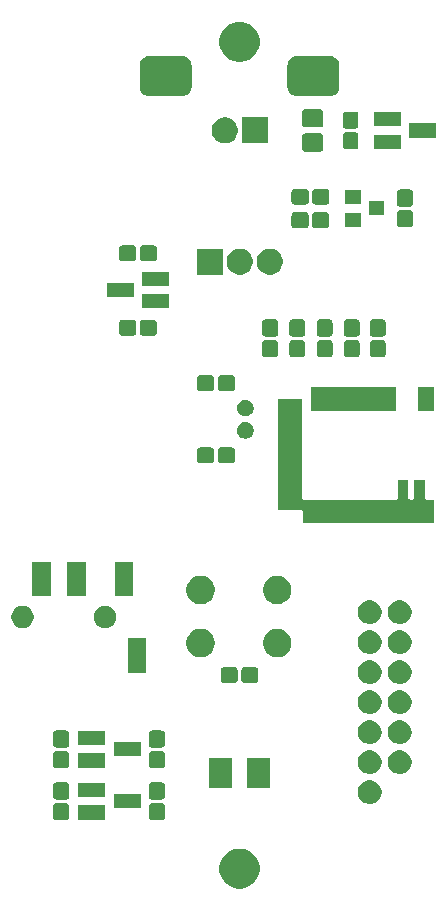
<source format=gts>
G04 #@! TF.GenerationSoftware,KiCad,Pcbnew,5.0.2-bee76a0~70~ubuntu16.04.1*
G04 #@! TF.CreationDate,2018-12-03T16:58:38+05:30*
G04 #@! TF.ProjectId,senseBeRx_rev2,73656e73-6542-4655-9278-5f726576322e,rev?*
G04 #@! TF.SameCoordinates,Original*
G04 #@! TF.FileFunction,Soldermask,Top*
G04 #@! TF.FilePolarity,Negative*
%FSLAX46Y46*%
G04 Gerber Fmt 4.6, Leading zero omitted, Abs format (unit mm)*
G04 Created by KiCad (PCBNEW 5.0.2-bee76a0~70~ubuntu16.04.1) date Mon Dec  3 16:58:38 2018*
%MOMM*%
%LPD*%
G01*
G04 APERTURE LIST*
%ADD10C,0.100000*%
G04 APERTURE END LIST*
D10*
G36*
X120386393Y-143343553D02*
X120495872Y-143365330D01*
X120805252Y-143493479D01*
X121083687Y-143679523D01*
X121320477Y-143916313D01*
X121506521Y-144194748D01*
X121634670Y-144504128D01*
X121700000Y-144832565D01*
X121700000Y-145167435D01*
X121634670Y-145495872D01*
X121506521Y-145805252D01*
X121320477Y-146083687D01*
X121083687Y-146320477D01*
X120805252Y-146506521D01*
X120495872Y-146634670D01*
X120386393Y-146656447D01*
X120167437Y-146700000D01*
X119832563Y-146700000D01*
X119613607Y-146656447D01*
X119504128Y-146634670D01*
X119194748Y-146506521D01*
X118916313Y-146320477D01*
X118679523Y-146083687D01*
X118493479Y-145805252D01*
X118365330Y-145495872D01*
X118300000Y-145167435D01*
X118300000Y-144832565D01*
X118365330Y-144504128D01*
X118493479Y-144194748D01*
X118679523Y-143916313D01*
X118916313Y-143679523D01*
X119194748Y-143493479D01*
X119504128Y-143365330D01*
X119613607Y-143343553D01*
X119832563Y-143300000D01*
X120167437Y-143300000D01*
X120386393Y-143343553D01*
X120386393Y-143343553D01*
G37*
G36*
X113453530Y-139455877D02*
X113505010Y-139471493D01*
X113552442Y-139496846D01*
X113594027Y-139530973D01*
X113628154Y-139572558D01*
X113653507Y-139619990D01*
X113669123Y-139671470D01*
X113675000Y-139731140D01*
X113675000Y-140618860D01*
X113669123Y-140678530D01*
X113653507Y-140730010D01*
X113628154Y-140777442D01*
X113594027Y-140819027D01*
X113552442Y-140853154D01*
X113505010Y-140878507D01*
X113453530Y-140894123D01*
X113393860Y-140900000D01*
X112606140Y-140900000D01*
X112546470Y-140894123D01*
X112494990Y-140878507D01*
X112447558Y-140853154D01*
X112405973Y-140819027D01*
X112371846Y-140777442D01*
X112346493Y-140730010D01*
X112330877Y-140678530D01*
X112325000Y-140618860D01*
X112325000Y-139731140D01*
X112330877Y-139671470D01*
X112346493Y-139619990D01*
X112371846Y-139572558D01*
X112405973Y-139530973D01*
X112447558Y-139496846D01*
X112494990Y-139471493D01*
X112546470Y-139455877D01*
X112606140Y-139450000D01*
X113393860Y-139450000D01*
X113453530Y-139455877D01*
X113453530Y-139455877D01*
G37*
G36*
X105353530Y-139455877D02*
X105405010Y-139471493D01*
X105452442Y-139496846D01*
X105494027Y-139530973D01*
X105528154Y-139572558D01*
X105553507Y-139619990D01*
X105569123Y-139671470D01*
X105575000Y-139731140D01*
X105575000Y-140618860D01*
X105569123Y-140678530D01*
X105553507Y-140730010D01*
X105528154Y-140777442D01*
X105494027Y-140819027D01*
X105452442Y-140853154D01*
X105405010Y-140878507D01*
X105353530Y-140894123D01*
X105293860Y-140900000D01*
X104506140Y-140900000D01*
X104446470Y-140894123D01*
X104394990Y-140878507D01*
X104347558Y-140853154D01*
X104305973Y-140819027D01*
X104271846Y-140777442D01*
X104246493Y-140730010D01*
X104230877Y-140678530D01*
X104225000Y-140618860D01*
X104225000Y-139731140D01*
X104230877Y-139671470D01*
X104246493Y-139619990D01*
X104271846Y-139572558D01*
X104305973Y-139530973D01*
X104347558Y-139496846D01*
X104394990Y-139471493D01*
X104446470Y-139455877D01*
X104506140Y-139450000D01*
X105293860Y-139450000D01*
X105353530Y-139455877D01*
X105353530Y-139455877D01*
G37*
G36*
X108650000Y-140850000D02*
X106350000Y-140850000D01*
X106350000Y-139650000D01*
X108650000Y-139650000D01*
X108650000Y-140850000D01*
X108650000Y-140850000D01*
G37*
G36*
X111650000Y-139900000D02*
X109350000Y-139900000D01*
X109350000Y-138700000D01*
X111650000Y-138700000D01*
X111650000Y-139900000D01*
X111650000Y-139900000D01*
G37*
G36*
X131205770Y-137535372D02*
X131321689Y-137558429D01*
X131503678Y-137633811D01*
X131667463Y-137743249D01*
X131806751Y-137882537D01*
X131916189Y-138046322D01*
X131991571Y-138228311D01*
X132030000Y-138421509D01*
X132030000Y-138618491D01*
X131991571Y-138811689D01*
X131916189Y-138993678D01*
X131806751Y-139157463D01*
X131667463Y-139296751D01*
X131503678Y-139406189D01*
X131321689Y-139481571D01*
X131205770Y-139504628D01*
X131128493Y-139520000D01*
X130931507Y-139520000D01*
X130854230Y-139504628D01*
X130738311Y-139481571D01*
X130556322Y-139406189D01*
X130392537Y-139296751D01*
X130253249Y-139157463D01*
X130143811Y-138993678D01*
X130068429Y-138811689D01*
X130030000Y-138618491D01*
X130030000Y-138421509D01*
X130068429Y-138228311D01*
X130143811Y-138046322D01*
X130253249Y-137882537D01*
X130392537Y-137743249D01*
X130556322Y-137633811D01*
X130738311Y-137558429D01*
X130854230Y-137535372D01*
X130931507Y-137520000D01*
X131128493Y-137520000D01*
X131205770Y-137535372D01*
X131205770Y-137535372D01*
G37*
G36*
X113453530Y-137705877D02*
X113505010Y-137721493D01*
X113552442Y-137746846D01*
X113594027Y-137780973D01*
X113628154Y-137822558D01*
X113653507Y-137869990D01*
X113669123Y-137921470D01*
X113675000Y-137981140D01*
X113675000Y-138868860D01*
X113669123Y-138928530D01*
X113653507Y-138980010D01*
X113628154Y-139027442D01*
X113594027Y-139069027D01*
X113552442Y-139103154D01*
X113505010Y-139128507D01*
X113453530Y-139144123D01*
X113393860Y-139150000D01*
X112606140Y-139150000D01*
X112546470Y-139144123D01*
X112494990Y-139128507D01*
X112447558Y-139103154D01*
X112405973Y-139069027D01*
X112371846Y-139027442D01*
X112346493Y-138980010D01*
X112330877Y-138928530D01*
X112325000Y-138868860D01*
X112325000Y-137981140D01*
X112330877Y-137921470D01*
X112346493Y-137869990D01*
X112371846Y-137822558D01*
X112405973Y-137780973D01*
X112447558Y-137746846D01*
X112494990Y-137721493D01*
X112546470Y-137705877D01*
X112606140Y-137700000D01*
X113393860Y-137700000D01*
X113453530Y-137705877D01*
X113453530Y-137705877D01*
G37*
G36*
X105353530Y-137705877D02*
X105405010Y-137721493D01*
X105452442Y-137746846D01*
X105494027Y-137780973D01*
X105528154Y-137822558D01*
X105553507Y-137869990D01*
X105569123Y-137921470D01*
X105575000Y-137981140D01*
X105575000Y-138868860D01*
X105569123Y-138928530D01*
X105553507Y-138980010D01*
X105528154Y-139027442D01*
X105494027Y-139069027D01*
X105452442Y-139103154D01*
X105405010Y-139128507D01*
X105353530Y-139144123D01*
X105293860Y-139150000D01*
X104506140Y-139150000D01*
X104446470Y-139144123D01*
X104394990Y-139128507D01*
X104347558Y-139103154D01*
X104305973Y-139069027D01*
X104271846Y-139027442D01*
X104246493Y-138980010D01*
X104230877Y-138928530D01*
X104225000Y-138868860D01*
X104225000Y-137981140D01*
X104230877Y-137921470D01*
X104246493Y-137869990D01*
X104271846Y-137822558D01*
X104305973Y-137780973D01*
X104347558Y-137746846D01*
X104394990Y-137721493D01*
X104446470Y-137705877D01*
X104506140Y-137700000D01*
X105293860Y-137700000D01*
X105353530Y-137705877D01*
X105353530Y-137705877D01*
G37*
G36*
X108650000Y-138950000D02*
X106350000Y-138950000D01*
X106350000Y-137750000D01*
X108650000Y-137750000D01*
X108650000Y-138950000D01*
X108650000Y-138950000D01*
G37*
G36*
X119400000Y-138200000D02*
X117400000Y-138200000D01*
X117400000Y-135600000D01*
X119400000Y-135600000D01*
X119400000Y-138200000D01*
X119400000Y-138200000D01*
G37*
G36*
X122600000Y-138200000D02*
X120600000Y-138200000D01*
X120600000Y-135600000D01*
X122600000Y-135600000D01*
X122600000Y-138200000D01*
X122600000Y-138200000D01*
G37*
G36*
X133745770Y-134995372D02*
X133861689Y-135018429D01*
X134043678Y-135093811D01*
X134207463Y-135203249D01*
X134346751Y-135342537D01*
X134456189Y-135506322D01*
X134531571Y-135688311D01*
X134570000Y-135881509D01*
X134570000Y-136078491D01*
X134531571Y-136271689D01*
X134456189Y-136453678D01*
X134346751Y-136617463D01*
X134207463Y-136756751D01*
X134043678Y-136866189D01*
X133861689Y-136941571D01*
X133745770Y-136964628D01*
X133668493Y-136980000D01*
X133471507Y-136980000D01*
X133394230Y-136964628D01*
X133278311Y-136941571D01*
X133096322Y-136866189D01*
X132932537Y-136756751D01*
X132793249Y-136617463D01*
X132683811Y-136453678D01*
X132608429Y-136271689D01*
X132570000Y-136078491D01*
X132570000Y-135881509D01*
X132608429Y-135688311D01*
X132683811Y-135506322D01*
X132793249Y-135342537D01*
X132932537Y-135203249D01*
X133096322Y-135093811D01*
X133278311Y-135018429D01*
X133394230Y-134995372D01*
X133471507Y-134980000D01*
X133668493Y-134980000D01*
X133745770Y-134995372D01*
X133745770Y-134995372D01*
G37*
G36*
X131205770Y-134995372D02*
X131321689Y-135018429D01*
X131503678Y-135093811D01*
X131667463Y-135203249D01*
X131806751Y-135342537D01*
X131916189Y-135506322D01*
X131991571Y-135688311D01*
X132030000Y-135881509D01*
X132030000Y-136078491D01*
X131991571Y-136271689D01*
X131916189Y-136453678D01*
X131806751Y-136617463D01*
X131667463Y-136756751D01*
X131503678Y-136866189D01*
X131321689Y-136941571D01*
X131205770Y-136964628D01*
X131128493Y-136980000D01*
X130931507Y-136980000D01*
X130854230Y-136964628D01*
X130738311Y-136941571D01*
X130556322Y-136866189D01*
X130392537Y-136756751D01*
X130253249Y-136617463D01*
X130143811Y-136453678D01*
X130068429Y-136271689D01*
X130030000Y-136078491D01*
X130030000Y-135881509D01*
X130068429Y-135688311D01*
X130143811Y-135506322D01*
X130253249Y-135342537D01*
X130392537Y-135203249D01*
X130556322Y-135093811D01*
X130738311Y-135018429D01*
X130854230Y-134995372D01*
X130931507Y-134980000D01*
X131128493Y-134980000D01*
X131205770Y-134995372D01*
X131205770Y-134995372D01*
G37*
G36*
X105353530Y-135055877D02*
X105405010Y-135071493D01*
X105452442Y-135096846D01*
X105494027Y-135130973D01*
X105528154Y-135172558D01*
X105553507Y-135219990D01*
X105569123Y-135271470D01*
X105575000Y-135331140D01*
X105575000Y-136218860D01*
X105569123Y-136278530D01*
X105553507Y-136330010D01*
X105528154Y-136377442D01*
X105494027Y-136419027D01*
X105452442Y-136453154D01*
X105405010Y-136478507D01*
X105353530Y-136494123D01*
X105293860Y-136500000D01*
X104506140Y-136500000D01*
X104446470Y-136494123D01*
X104394990Y-136478507D01*
X104347558Y-136453154D01*
X104305973Y-136419027D01*
X104271846Y-136377442D01*
X104246493Y-136330010D01*
X104230877Y-136278530D01*
X104225000Y-136218860D01*
X104225000Y-135331140D01*
X104230877Y-135271470D01*
X104246493Y-135219990D01*
X104271846Y-135172558D01*
X104305973Y-135130973D01*
X104347558Y-135096846D01*
X104394990Y-135071493D01*
X104446470Y-135055877D01*
X104506140Y-135050000D01*
X105293860Y-135050000D01*
X105353530Y-135055877D01*
X105353530Y-135055877D01*
G37*
G36*
X113453530Y-135055877D02*
X113505010Y-135071493D01*
X113552442Y-135096846D01*
X113594027Y-135130973D01*
X113628154Y-135172558D01*
X113653507Y-135219990D01*
X113669123Y-135271470D01*
X113675000Y-135331140D01*
X113675000Y-136218860D01*
X113669123Y-136278530D01*
X113653507Y-136330010D01*
X113628154Y-136377442D01*
X113594027Y-136419027D01*
X113552442Y-136453154D01*
X113505010Y-136478507D01*
X113453530Y-136494123D01*
X113393860Y-136500000D01*
X112606140Y-136500000D01*
X112546470Y-136494123D01*
X112494990Y-136478507D01*
X112447558Y-136453154D01*
X112405973Y-136419027D01*
X112371846Y-136377442D01*
X112346493Y-136330010D01*
X112330877Y-136278530D01*
X112325000Y-136218860D01*
X112325000Y-135331140D01*
X112330877Y-135271470D01*
X112346493Y-135219990D01*
X112371846Y-135172558D01*
X112405973Y-135130973D01*
X112447558Y-135096846D01*
X112494990Y-135071493D01*
X112546470Y-135055877D01*
X112606140Y-135050000D01*
X113393860Y-135050000D01*
X113453530Y-135055877D01*
X113453530Y-135055877D01*
G37*
G36*
X108650000Y-136450000D02*
X106350000Y-136450000D01*
X106350000Y-135250000D01*
X108650000Y-135250000D01*
X108650000Y-136450000D01*
X108650000Y-136450000D01*
G37*
G36*
X111650000Y-135500000D02*
X109350000Y-135500000D01*
X109350000Y-134300000D01*
X111650000Y-134300000D01*
X111650000Y-135500000D01*
X111650000Y-135500000D01*
G37*
G36*
X113453530Y-133305877D02*
X113505010Y-133321493D01*
X113552442Y-133346846D01*
X113594027Y-133380973D01*
X113628154Y-133422558D01*
X113653507Y-133469990D01*
X113669123Y-133521470D01*
X113675000Y-133581140D01*
X113675000Y-134468860D01*
X113669123Y-134528530D01*
X113653507Y-134580010D01*
X113628154Y-134627442D01*
X113594027Y-134669027D01*
X113552442Y-134703154D01*
X113505010Y-134728507D01*
X113453530Y-134744123D01*
X113393860Y-134750000D01*
X112606140Y-134750000D01*
X112546470Y-134744123D01*
X112494990Y-134728507D01*
X112447558Y-134703154D01*
X112405973Y-134669027D01*
X112371846Y-134627442D01*
X112346493Y-134580010D01*
X112330877Y-134528530D01*
X112325000Y-134468860D01*
X112325000Y-133581140D01*
X112330877Y-133521470D01*
X112346493Y-133469990D01*
X112371846Y-133422558D01*
X112405973Y-133380973D01*
X112447558Y-133346846D01*
X112494990Y-133321493D01*
X112546470Y-133305877D01*
X112606140Y-133300000D01*
X113393860Y-133300000D01*
X113453530Y-133305877D01*
X113453530Y-133305877D01*
G37*
G36*
X105353530Y-133305877D02*
X105405010Y-133321493D01*
X105452442Y-133346846D01*
X105494027Y-133380973D01*
X105528154Y-133422558D01*
X105553507Y-133469990D01*
X105569123Y-133521470D01*
X105575000Y-133581140D01*
X105575000Y-134468860D01*
X105569123Y-134528530D01*
X105553507Y-134580010D01*
X105528154Y-134627442D01*
X105494027Y-134669027D01*
X105452442Y-134703154D01*
X105405010Y-134728507D01*
X105353530Y-134744123D01*
X105293860Y-134750000D01*
X104506140Y-134750000D01*
X104446470Y-134744123D01*
X104394990Y-134728507D01*
X104347558Y-134703154D01*
X104305973Y-134669027D01*
X104271846Y-134627442D01*
X104246493Y-134580010D01*
X104230877Y-134528530D01*
X104225000Y-134468860D01*
X104225000Y-133581140D01*
X104230877Y-133521470D01*
X104246493Y-133469990D01*
X104271846Y-133422558D01*
X104305973Y-133380973D01*
X104347558Y-133346846D01*
X104394990Y-133321493D01*
X104446470Y-133305877D01*
X104506140Y-133300000D01*
X105293860Y-133300000D01*
X105353530Y-133305877D01*
X105353530Y-133305877D01*
G37*
G36*
X108650000Y-134550000D02*
X106350000Y-134550000D01*
X106350000Y-133350000D01*
X108650000Y-133350000D01*
X108650000Y-134550000D01*
X108650000Y-134550000D01*
G37*
G36*
X133745770Y-132455372D02*
X133861689Y-132478429D01*
X134043678Y-132553811D01*
X134207463Y-132663249D01*
X134346751Y-132802537D01*
X134456189Y-132966322D01*
X134531571Y-133148311D01*
X134554628Y-133264230D01*
X134563034Y-133306485D01*
X134570000Y-133341509D01*
X134570000Y-133538491D01*
X134531571Y-133731689D01*
X134456189Y-133913678D01*
X134346751Y-134077463D01*
X134207463Y-134216751D01*
X134043678Y-134326189D01*
X133861689Y-134401571D01*
X133745770Y-134424628D01*
X133668493Y-134440000D01*
X133471507Y-134440000D01*
X133394230Y-134424628D01*
X133278311Y-134401571D01*
X133096322Y-134326189D01*
X132932537Y-134216751D01*
X132793249Y-134077463D01*
X132683811Y-133913678D01*
X132608429Y-133731689D01*
X132570000Y-133538491D01*
X132570000Y-133341509D01*
X132576967Y-133306485D01*
X132585372Y-133264230D01*
X132608429Y-133148311D01*
X132683811Y-132966322D01*
X132793249Y-132802537D01*
X132932537Y-132663249D01*
X133096322Y-132553811D01*
X133278311Y-132478429D01*
X133394230Y-132455372D01*
X133471507Y-132440000D01*
X133668493Y-132440000D01*
X133745770Y-132455372D01*
X133745770Y-132455372D01*
G37*
G36*
X131205770Y-132455372D02*
X131321689Y-132478429D01*
X131503678Y-132553811D01*
X131667463Y-132663249D01*
X131806751Y-132802537D01*
X131916189Y-132966322D01*
X131991571Y-133148311D01*
X132014628Y-133264230D01*
X132023034Y-133306485D01*
X132030000Y-133341509D01*
X132030000Y-133538491D01*
X131991571Y-133731689D01*
X131916189Y-133913678D01*
X131806751Y-134077463D01*
X131667463Y-134216751D01*
X131503678Y-134326189D01*
X131321689Y-134401571D01*
X131205770Y-134424628D01*
X131128493Y-134440000D01*
X130931507Y-134440000D01*
X130854230Y-134424628D01*
X130738311Y-134401571D01*
X130556322Y-134326189D01*
X130392537Y-134216751D01*
X130253249Y-134077463D01*
X130143811Y-133913678D01*
X130068429Y-133731689D01*
X130030000Y-133538491D01*
X130030000Y-133341509D01*
X130036967Y-133306485D01*
X130045372Y-133264230D01*
X130068429Y-133148311D01*
X130143811Y-132966322D01*
X130253249Y-132802537D01*
X130392537Y-132663249D01*
X130556322Y-132553811D01*
X130738311Y-132478429D01*
X130854230Y-132455372D01*
X130931507Y-132440000D01*
X131128493Y-132440000D01*
X131205770Y-132455372D01*
X131205770Y-132455372D01*
G37*
G36*
X133745770Y-129915372D02*
X133861689Y-129938429D01*
X134043678Y-130013811D01*
X134207463Y-130123249D01*
X134346751Y-130262537D01*
X134456189Y-130426322D01*
X134531571Y-130608311D01*
X134570000Y-130801509D01*
X134570000Y-130998491D01*
X134531571Y-131191689D01*
X134456189Y-131373678D01*
X134346751Y-131537463D01*
X134207463Y-131676751D01*
X134043678Y-131786189D01*
X133861689Y-131861571D01*
X133745770Y-131884628D01*
X133668493Y-131900000D01*
X133471507Y-131900000D01*
X133394230Y-131884628D01*
X133278311Y-131861571D01*
X133096322Y-131786189D01*
X132932537Y-131676751D01*
X132793249Y-131537463D01*
X132683811Y-131373678D01*
X132608429Y-131191689D01*
X132570000Y-130998491D01*
X132570000Y-130801509D01*
X132608429Y-130608311D01*
X132683811Y-130426322D01*
X132793249Y-130262537D01*
X132932537Y-130123249D01*
X133096322Y-130013811D01*
X133278311Y-129938429D01*
X133394230Y-129915372D01*
X133471507Y-129900000D01*
X133668493Y-129900000D01*
X133745770Y-129915372D01*
X133745770Y-129915372D01*
G37*
G36*
X131205770Y-129915372D02*
X131321689Y-129938429D01*
X131503678Y-130013811D01*
X131667463Y-130123249D01*
X131806751Y-130262537D01*
X131916189Y-130426322D01*
X131991571Y-130608311D01*
X132030000Y-130801509D01*
X132030000Y-130998491D01*
X131991571Y-131191689D01*
X131916189Y-131373678D01*
X131806751Y-131537463D01*
X131667463Y-131676751D01*
X131503678Y-131786189D01*
X131321689Y-131861571D01*
X131205770Y-131884628D01*
X131128493Y-131900000D01*
X130931507Y-131900000D01*
X130854230Y-131884628D01*
X130738311Y-131861571D01*
X130556322Y-131786189D01*
X130392537Y-131676751D01*
X130253249Y-131537463D01*
X130143811Y-131373678D01*
X130068429Y-131191689D01*
X130030000Y-130998491D01*
X130030000Y-130801509D01*
X130068429Y-130608311D01*
X130143811Y-130426322D01*
X130253249Y-130262537D01*
X130392537Y-130123249D01*
X130556322Y-130013811D01*
X130738311Y-129938429D01*
X130854230Y-129915372D01*
X130931507Y-129900000D01*
X131128493Y-129900000D01*
X131205770Y-129915372D01*
X131205770Y-129915372D01*
G37*
G36*
X131205770Y-127375372D02*
X131321689Y-127398429D01*
X131503678Y-127473811D01*
X131667463Y-127583249D01*
X131806751Y-127722537D01*
X131916189Y-127886322D01*
X131991571Y-128068311D01*
X132030000Y-128261509D01*
X132030000Y-128458491D01*
X131991571Y-128651689D01*
X131916189Y-128833678D01*
X131806751Y-128997463D01*
X131667463Y-129136751D01*
X131503678Y-129246189D01*
X131321689Y-129321571D01*
X131205770Y-129344628D01*
X131128493Y-129360000D01*
X130931507Y-129360000D01*
X130854230Y-129344628D01*
X130738311Y-129321571D01*
X130556322Y-129246189D01*
X130392537Y-129136751D01*
X130253249Y-128997463D01*
X130143811Y-128833678D01*
X130068429Y-128651689D01*
X130030000Y-128458491D01*
X130030000Y-128261509D01*
X130068429Y-128068311D01*
X130143811Y-127886322D01*
X130253249Y-127722537D01*
X130392537Y-127583249D01*
X130556322Y-127473811D01*
X130738311Y-127398429D01*
X130854230Y-127375372D01*
X130931507Y-127360000D01*
X131128493Y-127360000D01*
X131205770Y-127375372D01*
X131205770Y-127375372D01*
G37*
G36*
X133745770Y-127375372D02*
X133861689Y-127398429D01*
X134043678Y-127473811D01*
X134207463Y-127583249D01*
X134346751Y-127722537D01*
X134456189Y-127886322D01*
X134531571Y-128068311D01*
X134570000Y-128261509D01*
X134570000Y-128458491D01*
X134531571Y-128651689D01*
X134456189Y-128833678D01*
X134346751Y-128997463D01*
X134207463Y-129136751D01*
X134043678Y-129246189D01*
X133861689Y-129321571D01*
X133745770Y-129344628D01*
X133668493Y-129360000D01*
X133471507Y-129360000D01*
X133394230Y-129344628D01*
X133278311Y-129321571D01*
X133096322Y-129246189D01*
X132932537Y-129136751D01*
X132793249Y-128997463D01*
X132683811Y-128833678D01*
X132608429Y-128651689D01*
X132570000Y-128458491D01*
X132570000Y-128261509D01*
X132608429Y-128068311D01*
X132683811Y-127886322D01*
X132793249Y-127722537D01*
X132932537Y-127583249D01*
X133096322Y-127473811D01*
X133278311Y-127398429D01*
X133394230Y-127375372D01*
X133471507Y-127360000D01*
X133668493Y-127360000D01*
X133745770Y-127375372D01*
X133745770Y-127375372D01*
G37*
G36*
X121378530Y-127930877D02*
X121430010Y-127946493D01*
X121477442Y-127971846D01*
X121519027Y-128005973D01*
X121553154Y-128047558D01*
X121578507Y-128094990D01*
X121594123Y-128146470D01*
X121600000Y-128206140D01*
X121600000Y-128993860D01*
X121594123Y-129053530D01*
X121578507Y-129105010D01*
X121553154Y-129152442D01*
X121519027Y-129194027D01*
X121477442Y-129228154D01*
X121430010Y-129253507D01*
X121378530Y-129269123D01*
X121318860Y-129275000D01*
X120431140Y-129275000D01*
X120371470Y-129269123D01*
X120319990Y-129253507D01*
X120272558Y-129228154D01*
X120230973Y-129194027D01*
X120196846Y-129152442D01*
X120171493Y-129105010D01*
X120155877Y-129053530D01*
X120150000Y-128993860D01*
X120150000Y-128206140D01*
X120155877Y-128146470D01*
X120171493Y-128094990D01*
X120196846Y-128047558D01*
X120230973Y-128005973D01*
X120272558Y-127971846D01*
X120319990Y-127946493D01*
X120371470Y-127930877D01*
X120431140Y-127925000D01*
X121318860Y-127925000D01*
X121378530Y-127930877D01*
X121378530Y-127930877D01*
G37*
G36*
X119628530Y-127930877D02*
X119680010Y-127946493D01*
X119727442Y-127971846D01*
X119769027Y-128005973D01*
X119803154Y-128047558D01*
X119828507Y-128094990D01*
X119844123Y-128146470D01*
X119850000Y-128206140D01*
X119850000Y-128993860D01*
X119844123Y-129053530D01*
X119828507Y-129105010D01*
X119803154Y-129152442D01*
X119769027Y-129194027D01*
X119727442Y-129228154D01*
X119680010Y-129253507D01*
X119628530Y-129269123D01*
X119568860Y-129275000D01*
X118681140Y-129275000D01*
X118621470Y-129269123D01*
X118569990Y-129253507D01*
X118522558Y-129228154D01*
X118480973Y-129194027D01*
X118446846Y-129152442D01*
X118421493Y-129105010D01*
X118405877Y-129053530D01*
X118400000Y-128993860D01*
X118400000Y-128206140D01*
X118405877Y-128146470D01*
X118421493Y-128094990D01*
X118446846Y-128047558D01*
X118480973Y-128005973D01*
X118522558Y-127971846D01*
X118569990Y-127946493D01*
X118621470Y-127930877D01*
X118681140Y-127925000D01*
X119568860Y-127925000D01*
X119628530Y-127930877D01*
X119628530Y-127930877D01*
G37*
G36*
X112125000Y-128400000D02*
X110525000Y-128400000D01*
X110525000Y-125500000D01*
X112125000Y-125500000D01*
X112125000Y-128400000D01*
X112125000Y-128400000D01*
G37*
G36*
X117050026Y-124746115D02*
X117268412Y-124836573D01*
X117464958Y-124967901D01*
X117632099Y-125135042D01*
X117763427Y-125331588D01*
X117853885Y-125549974D01*
X117900000Y-125781809D01*
X117900000Y-126018191D01*
X117853885Y-126250026D01*
X117763427Y-126468412D01*
X117632099Y-126664958D01*
X117464958Y-126832099D01*
X117268412Y-126963427D01*
X117050026Y-127053885D01*
X116818191Y-127100000D01*
X116581809Y-127100000D01*
X116349974Y-127053885D01*
X116131588Y-126963427D01*
X115935042Y-126832099D01*
X115767901Y-126664958D01*
X115636573Y-126468412D01*
X115546115Y-126250026D01*
X115500000Y-126018191D01*
X115500000Y-125781809D01*
X115546115Y-125549974D01*
X115636573Y-125331588D01*
X115767901Y-125135042D01*
X115935042Y-124967901D01*
X116131588Y-124836573D01*
X116349974Y-124746115D01*
X116581809Y-124700000D01*
X116818191Y-124700000D01*
X117050026Y-124746115D01*
X117050026Y-124746115D01*
G37*
G36*
X123550026Y-124746115D02*
X123768412Y-124836573D01*
X123964958Y-124967901D01*
X124132099Y-125135042D01*
X124263427Y-125331588D01*
X124353885Y-125549974D01*
X124400000Y-125781809D01*
X124400000Y-126018191D01*
X124353885Y-126250026D01*
X124263427Y-126468412D01*
X124132099Y-126664958D01*
X123964958Y-126832099D01*
X123768412Y-126963427D01*
X123550026Y-127053885D01*
X123318191Y-127100000D01*
X123081809Y-127100000D01*
X122849974Y-127053885D01*
X122631588Y-126963427D01*
X122435042Y-126832099D01*
X122267901Y-126664958D01*
X122136573Y-126468412D01*
X122046115Y-126250026D01*
X122000000Y-126018191D01*
X122000000Y-125781809D01*
X122046115Y-125549974D01*
X122136573Y-125331588D01*
X122267901Y-125135042D01*
X122435042Y-124967901D01*
X122631588Y-124836573D01*
X122849974Y-124746115D01*
X123081809Y-124700000D01*
X123318191Y-124700000D01*
X123550026Y-124746115D01*
X123550026Y-124746115D01*
G37*
G36*
X131205770Y-124835372D02*
X131321689Y-124858429D01*
X131503678Y-124933811D01*
X131667463Y-125043249D01*
X131806751Y-125182537D01*
X131916189Y-125346322D01*
X131991571Y-125528311D01*
X132030000Y-125721509D01*
X132030000Y-125918491D01*
X131991571Y-126111689D01*
X131916189Y-126293678D01*
X131806751Y-126457463D01*
X131667463Y-126596751D01*
X131503678Y-126706189D01*
X131321689Y-126781571D01*
X131205770Y-126804628D01*
X131128493Y-126820000D01*
X130931507Y-126820000D01*
X130854230Y-126804628D01*
X130738311Y-126781571D01*
X130556322Y-126706189D01*
X130392537Y-126596751D01*
X130253249Y-126457463D01*
X130143811Y-126293678D01*
X130068429Y-126111689D01*
X130030000Y-125918491D01*
X130030000Y-125721509D01*
X130068429Y-125528311D01*
X130143811Y-125346322D01*
X130253249Y-125182537D01*
X130392537Y-125043249D01*
X130556322Y-124933811D01*
X130738311Y-124858429D01*
X130854230Y-124835372D01*
X130931507Y-124820000D01*
X131128493Y-124820000D01*
X131205770Y-124835372D01*
X131205770Y-124835372D01*
G37*
G36*
X133745770Y-124835372D02*
X133861689Y-124858429D01*
X134043678Y-124933811D01*
X134207463Y-125043249D01*
X134346751Y-125182537D01*
X134456189Y-125346322D01*
X134531571Y-125528311D01*
X134570000Y-125721509D01*
X134570000Y-125918491D01*
X134531571Y-126111689D01*
X134456189Y-126293678D01*
X134346751Y-126457463D01*
X134207463Y-126596751D01*
X134043678Y-126706189D01*
X133861689Y-126781571D01*
X133745770Y-126804628D01*
X133668493Y-126820000D01*
X133471507Y-126820000D01*
X133394230Y-126804628D01*
X133278311Y-126781571D01*
X133096322Y-126706189D01*
X132932537Y-126596751D01*
X132793249Y-126457463D01*
X132683811Y-126293678D01*
X132608429Y-126111689D01*
X132570000Y-125918491D01*
X132570000Y-125721509D01*
X132608429Y-125528311D01*
X132683811Y-125346322D01*
X132793249Y-125182537D01*
X132932537Y-125043249D01*
X133096322Y-124933811D01*
X133278311Y-124858429D01*
X133394230Y-124835372D01*
X133471507Y-124820000D01*
X133668493Y-124820000D01*
X133745770Y-124835372D01*
X133745770Y-124835372D01*
G37*
G36*
X101764452Y-122759127D02*
X101902105Y-122786508D01*
X102074994Y-122858121D01*
X102230590Y-122962087D01*
X102362913Y-123094410D01*
X102466879Y-123250006D01*
X102538492Y-123422895D01*
X102575000Y-123606433D01*
X102575000Y-123793567D01*
X102538492Y-123977105D01*
X102466879Y-124149994D01*
X102362913Y-124305590D01*
X102230590Y-124437913D01*
X102074994Y-124541879D01*
X101902105Y-124613492D01*
X101764451Y-124640873D01*
X101718568Y-124650000D01*
X101531432Y-124650000D01*
X101485549Y-124640873D01*
X101347895Y-124613492D01*
X101175006Y-124541879D01*
X101019410Y-124437913D01*
X100887087Y-124305590D01*
X100783121Y-124149994D01*
X100711508Y-123977105D01*
X100675000Y-123793567D01*
X100675000Y-123606433D01*
X100711508Y-123422895D01*
X100783121Y-123250006D01*
X100887087Y-123094410D01*
X101019410Y-122962087D01*
X101175006Y-122858121D01*
X101347895Y-122786508D01*
X101485548Y-122759127D01*
X101531432Y-122750000D01*
X101718568Y-122750000D01*
X101764452Y-122759127D01*
X101764452Y-122759127D01*
G37*
G36*
X108764452Y-122759127D02*
X108902105Y-122786508D01*
X109074994Y-122858121D01*
X109230590Y-122962087D01*
X109362913Y-123094410D01*
X109466879Y-123250006D01*
X109538492Y-123422895D01*
X109575000Y-123606433D01*
X109575000Y-123793567D01*
X109538492Y-123977105D01*
X109466879Y-124149994D01*
X109362913Y-124305590D01*
X109230590Y-124437913D01*
X109074994Y-124541879D01*
X108902105Y-124613492D01*
X108764451Y-124640873D01*
X108718568Y-124650000D01*
X108531432Y-124650000D01*
X108485549Y-124640873D01*
X108347895Y-124613492D01*
X108175006Y-124541879D01*
X108019410Y-124437913D01*
X107887087Y-124305590D01*
X107783121Y-124149994D01*
X107711508Y-123977105D01*
X107675000Y-123793567D01*
X107675000Y-123606433D01*
X107711508Y-123422895D01*
X107783121Y-123250006D01*
X107887087Y-123094410D01*
X108019410Y-122962087D01*
X108175006Y-122858121D01*
X108347895Y-122786508D01*
X108485548Y-122759127D01*
X108531432Y-122750000D01*
X108718568Y-122750000D01*
X108764452Y-122759127D01*
X108764452Y-122759127D01*
G37*
G36*
X133745770Y-122295372D02*
X133861689Y-122318429D01*
X134043678Y-122393811D01*
X134207463Y-122503249D01*
X134346751Y-122642537D01*
X134456189Y-122806322D01*
X134531571Y-122988311D01*
X134570000Y-123181509D01*
X134570000Y-123378491D01*
X134531571Y-123571689D01*
X134456189Y-123753678D01*
X134346751Y-123917463D01*
X134207463Y-124056751D01*
X134043678Y-124166189D01*
X133861689Y-124241571D01*
X133745770Y-124264628D01*
X133668493Y-124280000D01*
X133471507Y-124280000D01*
X133394230Y-124264628D01*
X133278311Y-124241571D01*
X133096322Y-124166189D01*
X132932537Y-124056751D01*
X132793249Y-123917463D01*
X132683811Y-123753678D01*
X132608429Y-123571689D01*
X132570000Y-123378491D01*
X132570000Y-123181509D01*
X132608429Y-122988311D01*
X132683811Y-122806322D01*
X132793249Y-122642537D01*
X132932537Y-122503249D01*
X133096322Y-122393811D01*
X133278311Y-122318429D01*
X133394230Y-122295372D01*
X133471507Y-122280000D01*
X133668493Y-122280000D01*
X133745770Y-122295372D01*
X133745770Y-122295372D01*
G37*
G36*
X131205770Y-122295372D02*
X131321689Y-122318429D01*
X131503678Y-122393811D01*
X131667463Y-122503249D01*
X131806751Y-122642537D01*
X131916189Y-122806322D01*
X131991571Y-122988311D01*
X132030000Y-123181509D01*
X132030000Y-123378491D01*
X131991571Y-123571689D01*
X131916189Y-123753678D01*
X131806751Y-123917463D01*
X131667463Y-124056751D01*
X131503678Y-124166189D01*
X131321689Y-124241571D01*
X131205770Y-124264628D01*
X131128493Y-124280000D01*
X130931507Y-124280000D01*
X130854230Y-124264628D01*
X130738311Y-124241571D01*
X130556322Y-124166189D01*
X130392537Y-124056751D01*
X130253249Y-123917463D01*
X130143811Y-123753678D01*
X130068429Y-123571689D01*
X130030000Y-123378491D01*
X130030000Y-123181509D01*
X130068429Y-122988311D01*
X130143811Y-122806322D01*
X130253249Y-122642537D01*
X130392537Y-122503249D01*
X130556322Y-122393811D01*
X130738311Y-122318429D01*
X130854230Y-122295372D01*
X130931507Y-122280000D01*
X131128493Y-122280000D01*
X131205770Y-122295372D01*
X131205770Y-122295372D01*
G37*
G36*
X117050026Y-120246115D02*
X117268412Y-120336573D01*
X117464958Y-120467901D01*
X117632099Y-120635042D01*
X117763427Y-120831588D01*
X117853885Y-121049974D01*
X117900000Y-121281809D01*
X117900000Y-121518191D01*
X117853885Y-121750026D01*
X117763427Y-121968412D01*
X117632099Y-122164958D01*
X117464958Y-122332099D01*
X117268412Y-122463427D01*
X117050026Y-122553885D01*
X116818191Y-122600000D01*
X116581809Y-122600000D01*
X116349974Y-122553885D01*
X116131588Y-122463427D01*
X115935042Y-122332099D01*
X115767901Y-122164958D01*
X115636573Y-121968412D01*
X115546115Y-121750026D01*
X115500000Y-121518191D01*
X115500000Y-121281809D01*
X115546115Y-121049974D01*
X115636573Y-120831588D01*
X115767901Y-120635042D01*
X115935042Y-120467901D01*
X116131588Y-120336573D01*
X116349974Y-120246115D01*
X116581809Y-120200000D01*
X116818191Y-120200000D01*
X117050026Y-120246115D01*
X117050026Y-120246115D01*
G37*
G36*
X123550026Y-120246115D02*
X123768412Y-120336573D01*
X123964958Y-120467901D01*
X124132099Y-120635042D01*
X124263427Y-120831588D01*
X124353885Y-121049974D01*
X124400000Y-121281809D01*
X124400000Y-121518191D01*
X124353885Y-121750026D01*
X124263427Y-121968412D01*
X124132099Y-122164958D01*
X123964958Y-122332099D01*
X123768412Y-122463427D01*
X123550026Y-122553885D01*
X123318191Y-122600000D01*
X123081809Y-122600000D01*
X122849974Y-122553885D01*
X122631588Y-122463427D01*
X122435042Y-122332099D01*
X122267901Y-122164958D01*
X122136573Y-121968412D01*
X122046115Y-121750026D01*
X122000000Y-121518191D01*
X122000000Y-121281809D01*
X122046115Y-121049974D01*
X122136573Y-120831588D01*
X122267901Y-120635042D01*
X122435042Y-120467901D01*
X122631588Y-120336573D01*
X122849974Y-120246115D01*
X123081809Y-120200000D01*
X123318191Y-120200000D01*
X123550026Y-120246115D01*
X123550026Y-120246115D01*
G37*
G36*
X107025000Y-121900000D02*
X105425000Y-121900000D01*
X105425000Y-119000000D01*
X107025000Y-119000000D01*
X107025000Y-121900000D01*
X107025000Y-121900000D01*
G37*
G36*
X104025000Y-121900000D02*
X102425000Y-121900000D01*
X102425000Y-119000000D01*
X104025000Y-119000000D01*
X104025000Y-121900000D01*
X104025000Y-121900000D01*
G37*
G36*
X111025000Y-121900000D02*
X109425000Y-121900000D01*
X109425000Y-119000000D01*
X111025000Y-119000000D01*
X111025000Y-121900000D01*
X111025000Y-121900000D01*
G37*
G36*
X125250000Y-113625000D02*
X125252402Y-113649386D01*
X125259515Y-113672835D01*
X125271066Y-113694446D01*
X125286612Y-113713388D01*
X125305554Y-113728934D01*
X125327165Y-113740485D01*
X125350614Y-113747598D01*
X125375000Y-113750000D01*
X133275000Y-113750000D01*
X133299386Y-113747598D01*
X133322835Y-113740485D01*
X133344446Y-113728934D01*
X133363388Y-113713388D01*
X133378934Y-113694446D01*
X133390485Y-113672835D01*
X133397598Y-113649386D01*
X133400000Y-113625000D01*
X133400000Y-112100000D01*
X134300000Y-112100000D01*
X134300000Y-113625000D01*
X134302402Y-113649386D01*
X134309515Y-113672835D01*
X134321066Y-113694446D01*
X134336612Y-113713388D01*
X134355554Y-113728934D01*
X134377165Y-113740485D01*
X134400614Y-113747598D01*
X134425000Y-113750000D01*
X134675000Y-113750000D01*
X134699386Y-113747598D01*
X134722835Y-113740485D01*
X134744446Y-113728934D01*
X134763388Y-113713388D01*
X134778934Y-113694446D01*
X134790485Y-113672835D01*
X134797598Y-113649386D01*
X134800000Y-113625000D01*
X134800000Y-112100000D01*
X135700000Y-112100000D01*
X135700000Y-113625000D01*
X135702402Y-113649386D01*
X135709515Y-113672835D01*
X135721066Y-113694446D01*
X135736612Y-113713388D01*
X135755554Y-113728934D01*
X135777165Y-113740485D01*
X135800614Y-113747598D01*
X135825000Y-113750000D01*
X136450000Y-113750000D01*
X136450000Y-115750000D01*
X125350000Y-115750000D01*
X125350000Y-114775000D01*
X125347598Y-114750614D01*
X125340485Y-114727165D01*
X125328934Y-114705554D01*
X125313388Y-114686612D01*
X125294446Y-114671066D01*
X125272835Y-114659515D01*
X125249386Y-114652402D01*
X125225000Y-114650000D01*
X123250000Y-114650000D01*
X123250000Y-105250000D01*
X125250000Y-105250000D01*
X125250000Y-113625000D01*
X125250000Y-113625000D01*
G37*
G36*
X119378530Y-109330877D02*
X119430010Y-109346493D01*
X119477442Y-109371846D01*
X119519027Y-109405973D01*
X119553154Y-109447558D01*
X119578507Y-109494990D01*
X119594123Y-109546470D01*
X119600000Y-109606140D01*
X119600000Y-110393860D01*
X119594123Y-110453530D01*
X119578507Y-110505010D01*
X119553154Y-110552442D01*
X119519027Y-110594027D01*
X119477442Y-110628154D01*
X119430010Y-110653507D01*
X119378530Y-110669123D01*
X119318860Y-110675000D01*
X118431140Y-110675000D01*
X118371470Y-110669123D01*
X118319990Y-110653507D01*
X118272558Y-110628154D01*
X118230973Y-110594027D01*
X118196846Y-110552442D01*
X118171493Y-110505010D01*
X118155877Y-110453530D01*
X118150000Y-110393860D01*
X118150000Y-109606140D01*
X118155877Y-109546470D01*
X118171493Y-109494990D01*
X118196846Y-109447558D01*
X118230973Y-109405973D01*
X118272558Y-109371846D01*
X118319990Y-109346493D01*
X118371470Y-109330877D01*
X118431140Y-109325000D01*
X119318860Y-109325000D01*
X119378530Y-109330877D01*
X119378530Y-109330877D01*
G37*
G36*
X117628530Y-109330877D02*
X117680010Y-109346493D01*
X117727442Y-109371846D01*
X117769027Y-109405973D01*
X117803154Y-109447558D01*
X117828507Y-109494990D01*
X117844123Y-109546470D01*
X117850000Y-109606140D01*
X117850000Y-110393860D01*
X117844123Y-110453530D01*
X117828507Y-110505010D01*
X117803154Y-110552442D01*
X117769027Y-110594027D01*
X117727442Y-110628154D01*
X117680010Y-110653507D01*
X117628530Y-110669123D01*
X117568860Y-110675000D01*
X116681140Y-110675000D01*
X116621470Y-110669123D01*
X116569990Y-110653507D01*
X116522558Y-110628154D01*
X116480973Y-110594027D01*
X116446846Y-110552442D01*
X116421493Y-110505010D01*
X116405877Y-110453530D01*
X116400000Y-110393860D01*
X116400000Y-109606140D01*
X116405877Y-109546470D01*
X116421493Y-109494990D01*
X116446846Y-109447558D01*
X116480973Y-109405973D01*
X116522558Y-109371846D01*
X116569990Y-109346493D01*
X116621470Y-109330877D01*
X116681140Y-109325000D01*
X117568860Y-109325000D01*
X117628530Y-109330877D01*
X117628530Y-109330877D01*
G37*
G36*
X120704183Y-107226900D02*
X120831574Y-107279668D01*
X120946225Y-107356275D01*
X121043725Y-107453775D01*
X121120332Y-107568426D01*
X121173100Y-107695817D01*
X121200000Y-107831055D01*
X121200000Y-107968945D01*
X121173100Y-108104183D01*
X121120332Y-108231574D01*
X121043725Y-108346225D01*
X120946225Y-108443725D01*
X120831574Y-108520332D01*
X120704183Y-108573100D01*
X120568945Y-108600000D01*
X120431055Y-108600000D01*
X120295817Y-108573100D01*
X120168426Y-108520332D01*
X120053775Y-108443725D01*
X119956275Y-108346225D01*
X119879668Y-108231574D01*
X119826900Y-108104183D01*
X119800000Y-107968945D01*
X119800000Y-107831055D01*
X119826900Y-107695817D01*
X119879668Y-107568426D01*
X119956275Y-107453775D01*
X120053775Y-107356275D01*
X120168426Y-107279668D01*
X120295817Y-107226900D01*
X120431055Y-107200000D01*
X120568945Y-107200000D01*
X120704183Y-107226900D01*
X120704183Y-107226900D01*
G37*
G36*
X120704183Y-105326900D02*
X120831574Y-105379668D01*
X120946225Y-105456275D01*
X121043725Y-105553775D01*
X121120332Y-105668426D01*
X121173100Y-105795817D01*
X121200000Y-105931055D01*
X121200000Y-106068945D01*
X121173100Y-106204183D01*
X121120332Y-106331574D01*
X121043725Y-106446225D01*
X120946225Y-106543725D01*
X120831574Y-106620332D01*
X120704183Y-106673100D01*
X120568945Y-106700000D01*
X120431055Y-106700000D01*
X120295817Y-106673100D01*
X120168426Y-106620332D01*
X120053775Y-106543725D01*
X119956275Y-106446225D01*
X119879668Y-106331574D01*
X119826900Y-106204183D01*
X119800000Y-106068945D01*
X119800000Y-105931055D01*
X119826900Y-105795817D01*
X119879668Y-105668426D01*
X119956275Y-105553775D01*
X120053775Y-105456275D01*
X120168426Y-105379668D01*
X120295817Y-105326900D01*
X120431055Y-105300000D01*
X120568945Y-105300000D01*
X120704183Y-105326900D01*
X120704183Y-105326900D01*
G37*
G36*
X133250000Y-106250000D02*
X126050000Y-106250000D01*
X126050000Y-104250000D01*
X133250000Y-104250000D01*
X133250000Y-106250000D01*
X133250000Y-106250000D01*
G37*
G36*
X136450000Y-106250000D02*
X135150000Y-106250000D01*
X135150000Y-104250000D01*
X136450000Y-104250000D01*
X136450000Y-106250000D01*
X136450000Y-106250000D01*
G37*
G36*
X117628530Y-103230877D02*
X117680010Y-103246493D01*
X117727442Y-103271846D01*
X117769027Y-103305973D01*
X117803154Y-103347558D01*
X117828507Y-103394990D01*
X117844123Y-103446470D01*
X117850000Y-103506140D01*
X117850000Y-104293860D01*
X117844123Y-104353530D01*
X117828507Y-104405010D01*
X117803154Y-104452442D01*
X117769027Y-104494027D01*
X117727442Y-104528154D01*
X117680010Y-104553507D01*
X117628530Y-104569123D01*
X117568860Y-104575000D01*
X116681140Y-104575000D01*
X116621470Y-104569123D01*
X116569990Y-104553507D01*
X116522558Y-104528154D01*
X116480973Y-104494027D01*
X116446846Y-104452442D01*
X116421493Y-104405010D01*
X116405877Y-104353530D01*
X116400000Y-104293860D01*
X116400000Y-103506140D01*
X116405877Y-103446470D01*
X116421493Y-103394990D01*
X116446846Y-103347558D01*
X116480973Y-103305973D01*
X116522558Y-103271846D01*
X116569990Y-103246493D01*
X116621470Y-103230877D01*
X116681140Y-103225000D01*
X117568860Y-103225000D01*
X117628530Y-103230877D01*
X117628530Y-103230877D01*
G37*
G36*
X119378530Y-103230877D02*
X119430010Y-103246493D01*
X119477442Y-103271846D01*
X119519027Y-103305973D01*
X119553154Y-103347558D01*
X119578507Y-103394990D01*
X119594123Y-103446470D01*
X119600000Y-103506140D01*
X119600000Y-104293860D01*
X119594123Y-104353530D01*
X119578507Y-104405010D01*
X119553154Y-104452442D01*
X119519027Y-104494027D01*
X119477442Y-104528154D01*
X119430010Y-104553507D01*
X119378530Y-104569123D01*
X119318860Y-104575000D01*
X118431140Y-104575000D01*
X118371470Y-104569123D01*
X118319990Y-104553507D01*
X118272558Y-104528154D01*
X118230973Y-104494027D01*
X118196846Y-104452442D01*
X118171493Y-104405010D01*
X118155877Y-104353530D01*
X118150000Y-104293860D01*
X118150000Y-103506140D01*
X118155877Y-103446470D01*
X118171493Y-103394990D01*
X118196846Y-103347558D01*
X118230973Y-103305973D01*
X118272558Y-103271846D01*
X118319990Y-103246493D01*
X118371470Y-103230877D01*
X118431140Y-103225000D01*
X119318860Y-103225000D01*
X119378530Y-103230877D01*
X119378530Y-103230877D01*
G37*
G36*
X132153530Y-100255877D02*
X132205010Y-100271493D01*
X132252442Y-100296846D01*
X132294027Y-100330973D01*
X132328154Y-100372558D01*
X132353507Y-100419990D01*
X132369123Y-100471470D01*
X132375000Y-100531140D01*
X132375000Y-101418860D01*
X132369123Y-101478530D01*
X132353507Y-101530010D01*
X132328154Y-101577442D01*
X132294027Y-101619027D01*
X132252442Y-101653154D01*
X132205010Y-101678507D01*
X132153530Y-101694123D01*
X132093860Y-101700000D01*
X131306140Y-101700000D01*
X131246470Y-101694123D01*
X131194990Y-101678507D01*
X131147558Y-101653154D01*
X131105973Y-101619027D01*
X131071846Y-101577442D01*
X131046493Y-101530010D01*
X131030877Y-101478530D01*
X131025000Y-101418860D01*
X131025000Y-100531140D01*
X131030877Y-100471470D01*
X131046493Y-100419990D01*
X131071846Y-100372558D01*
X131105973Y-100330973D01*
X131147558Y-100296846D01*
X131194990Y-100271493D01*
X131246470Y-100255877D01*
X131306140Y-100250000D01*
X132093860Y-100250000D01*
X132153530Y-100255877D01*
X132153530Y-100255877D01*
G37*
G36*
X127653530Y-100255877D02*
X127705010Y-100271493D01*
X127752442Y-100296846D01*
X127794027Y-100330973D01*
X127828154Y-100372558D01*
X127853507Y-100419990D01*
X127869123Y-100471470D01*
X127875000Y-100531140D01*
X127875000Y-101418860D01*
X127869123Y-101478530D01*
X127853507Y-101530010D01*
X127828154Y-101577442D01*
X127794027Y-101619027D01*
X127752442Y-101653154D01*
X127705010Y-101678507D01*
X127653530Y-101694123D01*
X127593860Y-101700000D01*
X126806140Y-101700000D01*
X126746470Y-101694123D01*
X126694990Y-101678507D01*
X126647558Y-101653154D01*
X126605973Y-101619027D01*
X126571846Y-101577442D01*
X126546493Y-101530010D01*
X126530877Y-101478530D01*
X126525000Y-101418860D01*
X126525000Y-100531140D01*
X126530877Y-100471470D01*
X126546493Y-100419990D01*
X126571846Y-100372558D01*
X126605973Y-100330973D01*
X126647558Y-100296846D01*
X126694990Y-100271493D01*
X126746470Y-100255877D01*
X126806140Y-100250000D01*
X127593860Y-100250000D01*
X127653530Y-100255877D01*
X127653530Y-100255877D01*
G37*
G36*
X125353530Y-100255877D02*
X125405010Y-100271493D01*
X125452442Y-100296846D01*
X125494027Y-100330973D01*
X125528154Y-100372558D01*
X125553507Y-100419990D01*
X125569123Y-100471470D01*
X125575000Y-100531140D01*
X125575000Y-101418860D01*
X125569123Y-101478530D01*
X125553507Y-101530010D01*
X125528154Y-101577442D01*
X125494027Y-101619027D01*
X125452442Y-101653154D01*
X125405010Y-101678507D01*
X125353530Y-101694123D01*
X125293860Y-101700000D01*
X124506140Y-101700000D01*
X124446470Y-101694123D01*
X124394990Y-101678507D01*
X124347558Y-101653154D01*
X124305973Y-101619027D01*
X124271846Y-101577442D01*
X124246493Y-101530010D01*
X124230877Y-101478530D01*
X124225000Y-101418860D01*
X124225000Y-100531140D01*
X124230877Y-100471470D01*
X124246493Y-100419990D01*
X124271846Y-100372558D01*
X124305973Y-100330973D01*
X124347558Y-100296846D01*
X124394990Y-100271493D01*
X124446470Y-100255877D01*
X124506140Y-100250000D01*
X125293860Y-100250000D01*
X125353530Y-100255877D01*
X125353530Y-100255877D01*
G37*
G36*
X123053530Y-100255877D02*
X123105010Y-100271493D01*
X123152442Y-100296846D01*
X123194027Y-100330973D01*
X123228154Y-100372558D01*
X123253507Y-100419990D01*
X123269123Y-100471470D01*
X123275000Y-100531140D01*
X123275000Y-101418860D01*
X123269123Y-101478530D01*
X123253507Y-101530010D01*
X123228154Y-101577442D01*
X123194027Y-101619027D01*
X123152442Y-101653154D01*
X123105010Y-101678507D01*
X123053530Y-101694123D01*
X122993860Y-101700000D01*
X122206140Y-101700000D01*
X122146470Y-101694123D01*
X122094990Y-101678507D01*
X122047558Y-101653154D01*
X122005973Y-101619027D01*
X121971846Y-101577442D01*
X121946493Y-101530010D01*
X121930877Y-101478530D01*
X121925000Y-101418860D01*
X121925000Y-100531140D01*
X121930877Y-100471470D01*
X121946493Y-100419990D01*
X121971846Y-100372558D01*
X122005973Y-100330973D01*
X122047558Y-100296846D01*
X122094990Y-100271493D01*
X122146470Y-100255877D01*
X122206140Y-100250000D01*
X122993860Y-100250000D01*
X123053530Y-100255877D01*
X123053530Y-100255877D01*
G37*
G36*
X129953530Y-100255877D02*
X130005010Y-100271493D01*
X130052442Y-100296846D01*
X130094027Y-100330973D01*
X130128154Y-100372558D01*
X130153507Y-100419990D01*
X130169123Y-100471470D01*
X130175000Y-100531140D01*
X130175000Y-101418860D01*
X130169123Y-101478530D01*
X130153507Y-101530010D01*
X130128154Y-101577442D01*
X130094027Y-101619027D01*
X130052442Y-101653154D01*
X130005010Y-101678507D01*
X129953530Y-101694123D01*
X129893860Y-101700000D01*
X129106140Y-101700000D01*
X129046470Y-101694123D01*
X128994990Y-101678507D01*
X128947558Y-101653154D01*
X128905973Y-101619027D01*
X128871846Y-101577442D01*
X128846493Y-101530010D01*
X128830877Y-101478530D01*
X128825000Y-101418860D01*
X128825000Y-100531140D01*
X128830877Y-100471470D01*
X128846493Y-100419990D01*
X128871846Y-100372558D01*
X128905973Y-100330973D01*
X128947558Y-100296846D01*
X128994990Y-100271493D01*
X129046470Y-100255877D01*
X129106140Y-100250000D01*
X129893860Y-100250000D01*
X129953530Y-100255877D01*
X129953530Y-100255877D01*
G37*
G36*
X127653530Y-98505877D02*
X127705010Y-98521493D01*
X127752442Y-98546846D01*
X127794027Y-98580973D01*
X127828154Y-98622558D01*
X127853507Y-98669990D01*
X127869123Y-98721470D01*
X127875000Y-98781140D01*
X127875000Y-99668860D01*
X127869123Y-99728530D01*
X127853507Y-99780010D01*
X127828154Y-99827442D01*
X127794027Y-99869027D01*
X127752442Y-99903154D01*
X127705010Y-99928507D01*
X127653530Y-99944123D01*
X127593860Y-99950000D01*
X126806140Y-99950000D01*
X126746470Y-99944123D01*
X126694990Y-99928507D01*
X126647558Y-99903154D01*
X126605973Y-99869027D01*
X126571846Y-99827442D01*
X126546493Y-99780010D01*
X126530877Y-99728530D01*
X126525000Y-99668860D01*
X126525000Y-98781140D01*
X126530877Y-98721470D01*
X126546493Y-98669990D01*
X126571846Y-98622558D01*
X126605973Y-98580973D01*
X126647558Y-98546846D01*
X126694990Y-98521493D01*
X126746470Y-98505877D01*
X126806140Y-98500000D01*
X127593860Y-98500000D01*
X127653530Y-98505877D01*
X127653530Y-98505877D01*
G37*
G36*
X129953530Y-98505877D02*
X130005010Y-98521493D01*
X130052442Y-98546846D01*
X130094027Y-98580973D01*
X130128154Y-98622558D01*
X130153507Y-98669990D01*
X130169123Y-98721470D01*
X130175000Y-98781140D01*
X130175000Y-99668860D01*
X130169123Y-99728530D01*
X130153507Y-99780010D01*
X130128154Y-99827442D01*
X130094027Y-99869027D01*
X130052442Y-99903154D01*
X130005010Y-99928507D01*
X129953530Y-99944123D01*
X129893860Y-99950000D01*
X129106140Y-99950000D01*
X129046470Y-99944123D01*
X128994990Y-99928507D01*
X128947558Y-99903154D01*
X128905973Y-99869027D01*
X128871846Y-99827442D01*
X128846493Y-99780010D01*
X128830877Y-99728530D01*
X128825000Y-99668860D01*
X128825000Y-98781140D01*
X128830877Y-98721470D01*
X128846493Y-98669990D01*
X128871846Y-98622558D01*
X128905973Y-98580973D01*
X128947558Y-98546846D01*
X128994990Y-98521493D01*
X129046470Y-98505877D01*
X129106140Y-98500000D01*
X129893860Y-98500000D01*
X129953530Y-98505877D01*
X129953530Y-98505877D01*
G37*
G36*
X125353530Y-98505877D02*
X125405010Y-98521493D01*
X125452442Y-98546846D01*
X125494027Y-98580973D01*
X125528154Y-98622558D01*
X125553507Y-98669990D01*
X125569123Y-98721470D01*
X125575000Y-98781140D01*
X125575000Y-99668860D01*
X125569123Y-99728530D01*
X125553507Y-99780010D01*
X125528154Y-99827442D01*
X125494027Y-99869027D01*
X125452442Y-99903154D01*
X125405010Y-99928507D01*
X125353530Y-99944123D01*
X125293860Y-99950000D01*
X124506140Y-99950000D01*
X124446470Y-99944123D01*
X124394990Y-99928507D01*
X124347558Y-99903154D01*
X124305973Y-99869027D01*
X124271846Y-99827442D01*
X124246493Y-99780010D01*
X124230877Y-99728530D01*
X124225000Y-99668860D01*
X124225000Y-98781140D01*
X124230877Y-98721470D01*
X124246493Y-98669990D01*
X124271846Y-98622558D01*
X124305973Y-98580973D01*
X124347558Y-98546846D01*
X124394990Y-98521493D01*
X124446470Y-98505877D01*
X124506140Y-98500000D01*
X125293860Y-98500000D01*
X125353530Y-98505877D01*
X125353530Y-98505877D01*
G37*
G36*
X123053530Y-98505877D02*
X123105010Y-98521493D01*
X123152442Y-98546846D01*
X123194027Y-98580973D01*
X123228154Y-98622558D01*
X123253507Y-98669990D01*
X123269123Y-98721470D01*
X123275000Y-98781140D01*
X123275000Y-99668860D01*
X123269123Y-99728530D01*
X123253507Y-99780010D01*
X123228154Y-99827442D01*
X123194027Y-99869027D01*
X123152442Y-99903154D01*
X123105010Y-99928507D01*
X123053530Y-99944123D01*
X122993860Y-99950000D01*
X122206140Y-99950000D01*
X122146470Y-99944123D01*
X122094990Y-99928507D01*
X122047558Y-99903154D01*
X122005973Y-99869027D01*
X121971846Y-99827442D01*
X121946493Y-99780010D01*
X121930877Y-99728530D01*
X121925000Y-99668860D01*
X121925000Y-98781140D01*
X121930877Y-98721470D01*
X121946493Y-98669990D01*
X121971846Y-98622558D01*
X122005973Y-98580973D01*
X122047558Y-98546846D01*
X122094990Y-98521493D01*
X122146470Y-98505877D01*
X122206140Y-98500000D01*
X122993860Y-98500000D01*
X123053530Y-98505877D01*
X123053530Y-98505877D01*
G37*
G36*
X132153530Y-98505877D02*
X132205010Y-98521493D01*
X132252442Y-98546846D01*
X132294027Y-98580973D01*
X132328154Y-98622558D01*
X132353507Y-98669990D01*
X132369123Y-98721470D01*
X132375000Y-98781140D01*
X132375000Y-99668860D01*
X132369123Y-99728530D01*
X132353507Y-99780010D01*
X132328154Y-99827442D01*
X132294027Y-99869027D01*
X132252442Y-99903154D01*
X132205010Y-99928507D01*
X132153530Y-99944123D01*
X132093860Y-99950000D01*
X131306140Y-99950000D01*
X131246470Y-99944123D01*
X131194990Y-99928507D01*
X131147558Y-99903154D01*
X131105973Y-99869027D01*
X131071846Y-99827442D01*
X131046493Y-99780010D01*
X131030877Y-99728530D01*
X131025000Y-99668860D01*
X131025000Y-98781140D01*
X131030877Y-98721470D01*
X131046493Y-98669990D01*
X131071846Y-98622558D01*
X131105973Y-98580973D01*
X131147558Y-98546846D01*
X131194990Y-98521493D01*
X131246470Y-98505877D01*
X131306140Y-98500000D01*
X132093860Y-98500000D01*
X132153530Y-98505877D01*
X132153530Y-98505877D01*
G37*
G36*
X112778530Y-98530877D02*
X112830010Y-98546493D01*
X112877442Y-98571846D01*
X112919027Y-98605973D01*
X112953154Y-98647558D01*
X112978507Y-98694990D01*
X112994123Y-98746470D01*
X113000000Y-98806140D01*
X113000000Y-99593860D01*
X112994123Y-99653530D01*
X112978507Y-99705010D01*
X112953154Y-99752442D01*
X112919027Y-99794027D01*
X112877442Y-99828154D01*
X112830010Y-99853507D01*
X112778530Y-99869123D01*
X112718860Y-99875000D01*
X111831140Y-99875000D01*
X111771470Y-99869123D01*
X111719990Y-99853507D01*
X111672558Y-99828154D01*
X111630973Y-99794027D01*
X111596846Y-99752442D01*
X111571493Y-99705010D01*
X111555877Y-99653530D01*
X111550000Y-99593860D01*
X111550000Y-98806140D01*
X111555877Y-98746470D01*
X111571493Y-98694990D01*
X111596846Y-98647558D01*
X111630973Y-98605973D01*
X111672558Y-98571846D01*
X111719990Y-98546493D01*
X111771470Y-98530877D01*
X111831140Y-98525000D01*
X112718860Y-98525000D01*
X112778530Y-98530877D01*
X112778530Y-98530877D01*
G37*
G36*
X111028530Y-98530877D02*
X111080010Y-98546493D01*
X111127442Y-98571846D01*
X111169027Y-98605973D01*
X111203154Y-98647558D01*
X111228507Y-98694990D01*
X111244123Y-98746470D01*
X111250000Y-98806140D01*
X111250000Y-99593860D01*
X111244123Y-99653530D01*
X111228507Y-99705010D01*
X111203154Y-99752442D01*
X111169027Y-99794027D01*
X111127442Y-99828154D01*
X111080010Y-99853507D01*
X111028530Y-99869123D01*
X110968860Y-99875000D01*
X110081140Y-99875000D01*
X110021470Y-99869123D01*
X109969990Y-99853507D01*
X109922558Y-99828154D01*
X109880973Y-99794027D01*
X109846846Y-99752442D01*
X109821493Y-99705010D01*
X109805877Y-99653530D01*
X109800000Y-99593860D01*
X109800000Y-98806140D01*
X109805877Y-98746470D01*
X109821493Y-98694990D01*
X109846846Y-98647558D01*
X109880973Y-98605973D01*
X109922558Y-98571846D01*
X109969990Y-98546493D01*
X110021470Y-98530877D01*
X110081140Y-98525000D01*
X110968860Y-98525000D01*
X111028530Y-98530877D01*
X111028530Y-98530877D01*
G37*
G36*
X114050000Y-97550000D02*
X111750000Y-97550000D01*
X111750000Y-96350000D01*
X114050000Y-96350000D01*
X114050000Y-97550000D01*
X114050000Y-97550000D01*
G37*
G36*
X111050000Y-96600000D02*
X108750000Y-96600000D01*
X108750000Y-95400000D01*
X111050000Y-95400000D01*
X111050000Y-96600000D01*
X111050000Y-96600000D01*
G37*
G36*
X114050000Y-95650000D02*
X111750000Y-95650000D01*
X111750000Y-94450000D01*
X114050000Y-94450000D01*
X114050000Y-95650000D01*
X114050000Y-95650000D01*
G37*
G36*
X118600000Y-94700000D02*
X116400000Y-94700000D01*
X116400000Y-92500000D01*
X118600000Y-92500000D01*
X118600000Y-94700000D01*
X118600000Y-94700000D01*
G37*
G36*
X120360857Y-92542272D02*
X120561042Y-92625191D01*
X120741213Y-92745578D01*
X120894422Y-92898787D01*
X121014809Y-93078958D01*
X121097728Y-93279143D01*
X121140000Y-93491658D01*
X121140000Y-93708342D01*
X121097728Y-93920857D01*
X121014809Y-94121042D01*
X120894422Y-94301213D01*
X120741213Y-94454422D01*
X120561042Y-94574809D01*
X120360857Y-94657728D01*
X120148342Y-94700000D01*
X119931658Y-94700000D01*
X119719143Y-94657728D01*
X119518958Y-94574809D01*
X119338787Y-94454422D01*
X119185578Y-94301213D01*
X119065191Y-94121042D01*
X118982272Y-93920857D01*
X118940000Y-93708342D01*
X118940000Y-93491658D01*
X118982272Y-93279143D01*
X119065191Y-93078958D01*
X119185578Y-92898787D01*
X119338787Y-92745578D01*
X119518958Y-92625191D01*
X119719143Y-92542272D01*
X119931658Y-92500000D01*
X120148342Y-92500000D01*
X120360857Y-92542272D01*
X120360857Y-92542272D01*
G37*
G36*
X122900857Y-92542272D02*
X123101042Y-92625191D01*
X123281213Y-92745578D01*
X123434422Y-92898787D01*
X123554809Y-93078958D01*
X123637728Y-93279143D01*
X123680000Y-93491658D01*
X123680000Y-93708342D01*
X123637728Y-93920857D01*
X123554809Y-94121042D01*
X123434422Y-94301213D01*
X123281213Y-94454422D01*
X123101042Y-94574809D01*
X122900857Y-94657728D01*
X122688342Y-94700000D01*
X122471658Y-94700000D01*
X122259143Y-94657728D01*
X122058958Y-94574809D01*
X121878787Y-94454422D01*
X121725578Y-94301213D01*
X121605191Y-94121042D01*
X121522272Y-93920857D01*
X121480000Y-93708342D01*
X121480000Y-93491658D01*
X121522272Y-93279143D01*
X121605191Y-93078958D01*
X121725578Y-92898787D01*
X121878787Y-92745578D01*
X122058958Y-92625191D01*
X122259143Y-92542272D01*
X122471658Y-92500000D01*
X122688342Y-92500000D01*
X122900857Y-92542272D01*
X122900857Y-92542272D01*
G37*
G36*
X111028530Y-92230877D02*
X111080010Y-92246493D01*
X111127442Y-92271846D01*
X111169027Y-92305973D01*
X111203154Y-92347558D01*
X111228507Y-92394990D01*
X111244123Y-92446470D01*
X111250000Y-92506140D01*
X111250000Y-93293860D01*
X111244123Y-93353530D01*
X111228507Y-93405010D01*
X111203154Y-93452442D01*
X111169027Y-93494027D01*
X111127442Y-93528154D01*
X111080010Y-93553507D01*
X111028530Y-93569123D01*
X110968860Y-93575000D01*
X110081140Y-93575000D01*
X110021470Y-93569123D01*
X109969990Y-93553507D01*
X109922558Y-93528154D01*
X109880973Y-93494027D01*
X109846846Y-93452442D01*
X109821493Y-93405010D01*
X109805877Y-93353530D01*
X109800000Y-93293860D01*
X109800000Y-92506140D01*
X109805877Y-92446470D01*
X109821493Y-92394990D01*
X109846846Y-92347558D01*
X109880973Y-92305973D01*
X109922558Y-92271846D01*
X109969990Y-92246493D01*
X110021470Y-92230877D01*
X110081140Y-92225000D01*
X110968860Y-92225000D01*
X111028530Y-92230877D01*
X111028530Y-92230877D01*
G37*
G36*
X112778530Y-92230877D02*
X112830010Y-92246493D01*
X112877442Y-92271846D01*
X112919027Y-92305973D01*
X112953154Y-92347558D01*
X112978507Y-92394990D01*
X112994123Y-92446470D01*
X113000000Y-92506140D01*
X113000000Y-93293860D01*
X112994123Y-93353530D01*
X112978507Y-93405010D01*
X112953154Y-93452442D01*
X112919027Y-93494027D01*
X112877442Y-93528154D01*
X112830010Y-93553507D01*
X112778530Y-93569123D01*
X112718860Y-93575000D01*
X111831140Y-93575000D01*
X111771470Y-93569123D01*
X111719990Y-93553507D01*
X111672558Y-93528154D01*
X111630973Y-93494027D01*
X111596846Y-93452442D01*
X111571493Y-93405010D01*
X111555877Y-93353530D01*
X111550000Y-93293860D01*
X111550000Y-92506140D01*
X111555877Y-92446470D01*
X111571493Y-92394990D01*
X111596846Y-92347558D01*
X111630973Y-92305973D01*
X111672558Y-92271846D01*
X111719990Y-92246493D01*
X111771470Y-92230877D01*
X111831140Y-92225000D01*
X112718860Y-92225000D01*
X112778530Y-92230877D01*
X112778530Y-92230877D01*
G37*
G36*
X125628530Y-89430877D02*
X125680010Y-89446493D01*
X125727442Y-89471846D01*
X125769027Y-89505973D01*
X125803154Y-89547558D01*
X125828507Y-89594990D01*
X125844123Y-89646470D01*
X125850000Y-89706140D01*
X125850000Y-90493860D01*
X125844123Y-90553530D01*
X125828507Y-90605010D01*
X125803154Y-90652442D01*
X125769027Y-90694027D01*
X125727442Y-90728154D01*
X125680010Y-90753507D01*
X125628530Y-90769123D01*
X125568860Y-90775000D01*
X124681140Y-90775000D01*
X124621470Y-90769123D01*
X124569990Y-90753507D01*
X124522558Y-90728154D01*
X124480973Y-90694027D01*
X124446846Y-90652442D01*
X124421493Y-90605010D01*
X124405877Y-90553530D01*
X124400000Y-90493860D01*
X124400000Y-89706140D01*
X124405877Y-89646470D01*
X124421493Y-89594990D01*
X124446846Y-89547558D01*
X124480973Y-89505973D01*
X124522558Y-89471846D01*
X124569990Y-89446493D01*
X124621470Y-89430877D01*
X124681140Y-89425000D01*
X125568860Y-89425000D01*
X125628530Y-89430877D01*
X125628530Y-89430877D01*
G37*
G36*
X127378530Y-89430877D02*
X127430010Y-89446493D01*
X127477442Y-89471846D01*
X127519027Y-89505973D01*
X127553154Y-89547558D01*
X127578507Y-89594990D01*
X127594123Y-89646470D01*
X127600000Y-89706140D01*
X127600000Y-90493860D01*
X127594123Y-90553530D01*
X127578507Y-90605010D01*
X127553154Y-90652442D01*
X127519027Y-90694027D01*
X127477442Y-90728154D01*
X127430010Y-90753507D01*
X127378530Y-90769123D01*
X127318860Y-90775000D01*
X126431140Y-90775000D01*
X126371470Y-90769123D01*
X126319990Y-90753507D01*
X126272558Y-90728154D01*
X126230973Y-90694027D01*
X126196846Y-90652442D01*
X126171493Y-90605010D01*
X126155877Y-90553530D01*
X126150000Y-90493860D01*
X126150000Y-89706140D01*
X126155877Y-89646470D01*
X126171493Y-89594990D01*
X126196846Y-89547558D01*
X126230973Y-89505973D01*
X126272558Y-89471846D01*
X126319990Y-89446493D01*
X126371470Y-89430877D01*
X126431140Y-89425000D01*
X127318860Y-89425000D01*
X127378530Y-89430877D01*
X127378530Y-89430877D01*
G37*
G36*
X134453530Y-89255877D02*
X134505010Y-89271493D01*
X134552442Y-89296846D01*
X134594027Y-89330973D01*
X134628154Y-89372558D01*
X134653507Y-89419990D01*
X134669123Y-89471470D01*
X134675000Y-89531140D01*
X134675000Y-90418860D01*
X134669123Y-90478530D01*
X134653507Y-90530010D01*
X134628154Y-90577442D01*
X134594027Y-90619027D01*
X134552442Y-90653154D01*
X134505010Y-90678507D01*
X134453530Y-90694123D01*
X134393860Y-90700000D01*
X133606140Y-90700000D01*
X133546470Y-90694123D01*
X133494990Y-90678507D01*
X133447558Y-90653154D01*
X133405973Y-90619027D01*
X133371846Y-90577442D01*
X133346493Y-90530010D01*
X133330877Y-90478530D01*
X133325000Y-90418860D01*
X133325000Y-89531140D01*
X133330877Y-89471470D01*
X133346493Y-89419990D01*
X133371846Y-89372558D01*
X133405973Y-89330973D01*
X133447558Y-89296846D01*
X133494990Y-89271493D01*
X133546470Y-89255877D01*
X133606140Y-89250000D01*
X134393860Y-89250000D01*
X134453530Y-89255877D01*
X134453530Y-89255877D01*
G37*
G36*
X130250000Y-90650000D02*
X128950000Y-90650000D01*
X128950000Y-89450000D01*
X130250000Y-89450000D01*
X130250000Y-90650000D01*
X130250000Y-90650000D01*
G37*
G36*
X132250000Y-89700000D02*
X130950000Y-89700000D01*
X130950000Y-88500000D01*
X132250000Y-88500000D01*
X132250000Y-89700000D01*
X132250000Y-89700000D01*
G37*
G36*
X134453530Y-87505877D02*
X134505010Y-87521493D01*
X134552442Y-87546846D01*
X134594027Y-87580973D01*
X134628154Y-87622558D01*
X134653507Y-87669990D01*
X134669123Y-87721470D01*
X134675000Y-87781140D01*
X134675000Y-88668860D01*
X134669123Y-88728530D01*
X134653507Y-88780010D01*
X134628154Y-88827442D01*
X134594027Y-88869027D01*
X134552442Y-88903154D01*
X134505010Y-88928507D01*
X134453530Y-88944123D01*
X134393860Y-88950000D01*
X133606140Y-88950000D01*
X133546470Y-88944123D01*
X133494990Y-88928507D01*
X133447558Y-88903154D01*
X133405973Y-88869027D01*
X133371846Y-88827442D01*
X133346493Y-88780010D01*
X133330877Y-88728530D01*
X133325000Y-88668860D01*
X133325000Y-87781140D01*
X133330877Y-87721470D01*
X133346493Y-87669990D01*
X133371846Y-87622558D01*
X133405973Y-87580973D01*
X133447558Y-87546846D01*
X133494990Y-87521493D01*
X133546470Y-87505877D01*
X133606140Y-87500000D01*
X134393860Y-87500000D01*
X134453530Y-87505877D01*
X134453530Y-87505877D01*
G37*
G36*
X127378530Y-87430877D02*
X127430010Y-87446493D01*
X127477442Y-87471846D01*
X127519027Y-87505973D01*
X127553154Y-87547558D01*
X127578507Y-87594990D01*
X127594123Y-87646470D01*
X127600000Y-87706140D01*
X127600000Y-88493860D01*
X127594123Y-88553530D01*
X127578507Y-88605010D01*
X127553154Y-88652442D01*
X127519027Y-88694027D01*
X127477442Y-88728154D01*
X127430010Y-88753507D01*
X127378530Y-88769123D01*
X127318860Y-88775000D01*
X126431140Y-88775000D01*
X126371470Y-88769123D01*
X126319990Y-88753507D01*
X126272558Y-88728154D01*
X126230973Y-88694027D01*
X126196846Y-88652442D01*
X126171493Y-88605010D01*
X126155877Y-88553530D01*
X126150000Y-88493860D01*
X126150000Y-87706140D01*
X126155877Y-87646470D01*
X126171493Y-87594990D01*
X126196846Y-87547558D01*
X126230973Y-87505973D01*
X126272558Y-87471846D01*
X126319990Y-87446493D01*
X126371470Y-87430877D01*
X126431140Y-87425000D01*
X127318860Y-87425000D01*
X127378530Y-87430877D01*
X127378530Y-87430877D01*
G37*
G36*
X125628530Y-87430877D02*
X125680010Y-87446493D01*
X125727442Y-87471846D01*
X125769027Y-87505973D01*
X125803154Y-87547558D01*
X125828507Y-87594990D01*
X125844123Y-87646470D01*
X125850000Y-87706140D01*
X125850000Y-88493860D01*
X125844123Y-88553530D01*
X125828507Y-88605010D01*
X125803154Y-88652442D01*
X125769027Y-88694027D01*
X125727442Y-88728154D01*
X125680010Y-88753507D01*
X125628530Y-88769123D01*
X125568860Y-88775000D01*
X124681140Y-88775000D01*
X124621470Y-88769123D01*
X124569990Y-88753507D01*
X124522558Y-88728154D01*
X124480973Y-88694027D01*
X124446846Y-88652442D01*
X124421493Y-88605010D01*
X124405877Y-88553530D01*
X124400000Y-88493860D01*
X124400000Y-87706140D01*
X124405877Y-87646470D01*
X124421493Y-87594990D01*
X124446846Y-87547558D01*
X124480973Y-87505973D01*
X124522558Y-87471846D01*
X124569990Y-87446493D01*
X124621470Y-87430877D01*
X124681140Y-87425000D01*
X125568860Y-87425000D01*
X125628530Y-87430877D01*
X125628530Y-87430877D01*
G37*
G36*
X130250000Y-88750000D02*
X128950000Y-88750000D01*
X128950000Y-87550000D01*
X130250000Y-87550000D01*
X130250000Y-88750000D01*
X130250000Y-88750000D01*
G37*
G36*
X126885530Y-82755710D02*
X126935379Y-82770831D01*
X126981311Y-82795382D01*
X127021574Y-82828426D01*
X127054618Y-82868689D01*
X127079169Y-82914621D01*
X127094290Y-82964470D01*
X127100000Y-83022444D01*
X127100000Y-84027556D01*
X127094290Y-84085530D01*
X127079169Y-84135379D01*
X127054618Y-84181311D01*
X127021574Y-84221574D01*
X126981311Y-84254618D01*
X126935379Y-84279169D01*
X126885530Y-84294290D01*
X126827556Y-84300000D01*
X125572444Y-84300000D01*
X125514470Y-84294290D01*
X125464621Y-84279169D01*
X125418689Y-84254618D01*
X125378426Y-84221574D01*
X125345382Y-84181311D01*
X125320831Y-84135379D01*
X125305710Y-84085530D01*
X125300000Y-84027556D01*
X125300000Y-83022444D01*
X125305710Y-82964470D01*
X125320831Y-82914621D01*
X125345382Y-82868689D01*
X125378426Y-82828426D01*
X125418689Y-82795382D01*
X125464621Y-82770831D01*
X125514470Y-82755710D01*
X125572444Y-82750000D01*
X126827556Y-82750000D01*
X126885530Y-82755710D01*
X126885530Y-82755710D01*
G37*
G36*
X129853530Y-82655877D02*
X129905010Y-82671493D01*
X129952442Y-82696846D01*
X129994027Y-82730973D01*
X130028154Y-82772558D01*
X130053507Y-82819990D01*
X130069123Y-82871470D01*
X130075000Y-82931140D01*
X130075000Y-83818860D01*
X130069123Y-83878530D01*
X130053507Y-83930010D01*
X130028154Y-83977442D01*
X129994027Y-84019027D01*
X129952442Y-84053154D01*
X129905010Y-84078507D01*
X129853530Y-84094123D01*
X129793860Y-84100000D01*
X129006140Y-84100000D01*
X128946470Y-84094123D01*
X128894990Y-84078507D01*
X128847558Y-84053154D01*
X128805973Y-84019027D01*
X128771846Y-83977442D01*
X128746493Y-83930010D01*
X128730877Y-83878530D01*
X128725000Y-83818860D01*
X128725000Y-82931140D01*
X128730877Y-82871470D01*
X128746493Y-82819990D01*
X128771846Y-82772558D01*
X128805973Y-82730973D01*
X128847558Y-82696846D01*
X128894990Y-82671493D01*
X128946470Y-82655877D01*
X129006140Y-82650000D01*
X129793860Y-82650000D01*
X129853530Y-82655877D01*
X129853530Y-82655877D01*
G37*
G36*
X133650000Y-84050000D02*
X131350000Y-84050000D01*
X131350000Y-82850000D01*
X133650000Y-82850000D01*
X133650000Y-84050000D01*
X133650000Y-84050000D01*
G37*
G36*
X119080857Y-81442272D02*
X119281042Y-81525191D01*
X119461213Y-81645578D01*
X119614422Y-81798787D01*
X119614424Y-81798790D01*
X119614425Y-81798791D01*
X119733872Y-81977556D01*
X119734809Y-81978958D01*
X119817728Y-82179143D01*
X119860000Y-82391658D01*
X119860000Y-82608342D01*
X119817728Y-82820857D01*
X119734809Y-83021042D01*
X119734807Y-83021045D01*
X119690767Y-83086956D01*
X119614422Y-83201213D01*
X119461213Y-83354422D01*
X119281042Y-83474809D01*
X119080857Y-83557728D01*
X118868342Y-83600000D01*
X118651658Y-83600000D01*
X118439143Y-83557728D01*
X118238958Y-83474809D01*
X118058787Y-83354422D01*
X117905578Y-83201213D01*
X117829234Y-83086956D01*
X117785193Y-83021045D01*
X117785191Y-83021042D01*
X117702272Y-82820857D01*
X117660000Y-82608342D01*
X117660000Y-82391658D01*
X117702272Y-82179143D01*
X117785191Y-81978958D01*
X117786128Y-81977556D01*
X117905575Y-81798791D01*
X117905576Y-81798790D01*
X117905578Y-81798787D01*
X118058787Y-81645578D01*
X118238958Y-81525191D01*
X118439143Y-81442272D01*
X118651658Y-81400000D01*
X118868342Y-81400000D01*
X119080857Y-81442272D01*
X119080857Y-81442272D01*
G37*
G36*
X122400000Y-83600000D02*
X120200000Y-83600000D01*
X120200000Y-81400000D01*
X122400000Y-81400000D01*
X122400000Y-83600000D01*
X122400000Y-83600000D01*
G37*
G36*
X136650000Y-83100000D02*
X134350000Y-83100000D01*
X134350000Y-81900000D01*
X136650000Y-81900000D01*
X136650000Y-83100000D01*
X136650000Y-83100000D01*
G37*
G36*
X129853530Y-80905877D02*
X129905010Y-80921493D01*
X129952442Y-80946846D01*
X129994027Y-80980973D01*
X130028154Y-81022558D01*
X130053507Y-81069990D01*
X130069123Y-81121470D01*
X130075000Y-81181140D01*
X130075000Y-82068860D01*
X130069123Y-82128530D01*
X130053507Y-82180010D01*
X130028154Y-82227442D01*
X129994027Y-82269027D01*
X129952442Y-82303154D01*
X129905010Y-82328507D01*
X129853530Y-82344123D01*
X129793860Y-82350000D01*
X129006140Y-82350000D01*
X128946470Y-82344123D01*
X128894990Y-82328507D01*
X128847558Y-82303154D01*
X128805973Y-82269027D01*
X128771846Y-82227442D01*
X128746493Y-82180010D01*
X128730877Y-82128530D01*
X128725000Y-82068860D01*
X128725000Y-81181140D01*
X128730877Y-81121470D01*
X128746493Y-81069990D01*
X128771846Y-81022558D01*
X128805973Y-80980973D01*
X128847558Y-80946846D01*
X128894990Y-80921493D01*
X128946470Y-80905877D01*
X129006140Y-80900000D01*
X129793860Y-80900000D01*
X129853530Y-80905877D01*
X129853530Y-80905877D01*
G37*
G36*
X126885530Y-80705710D02*
X126935379Y-80720831D01*
X126981311Y-80745382D01*
X127021574Y-80778426D01*
X127054618Y-80818689D01*
X127079169Y-80864621D01*
X127094290Y-80914470D01*
X127100000Y-80972444D01*
X127100000Y-81977556D01*
X127094290Y-82035530D01*
X127079169Y-82085379D01*
X127054618Y-82131311D01*
X127021574Y-82171574D01*
X126981311Y-82204618D01*
X126935379Y-82229169D01*
X126885530Y-82244290D01*
X126827556Y-82250000D01*
X125572444Y-82250000D01*
X125514470Y-82244290D01*
X125464621Y-82229169D01*
X125418689Y-82204618D01*
X125378426Y-82171574D01*
X125345382Y-82131311D01*
X125320831Y-82085379D01*
X125305710Y-82035530D01*
X125300000Y-81977556D01*
X125300000Y-80972444D01*
X125305710Y-80914470D01*
X125320831Y-80864621D01*
X125345382Y-80818689D01*
X125378426Y-80778426D01*
X125418689Y-80745382D01*
X125464621Y-80720831D01*
X125514470Y-80705710D01*
X125572444Y-80700000D01*
X126827556Y-80700000D01*
X126885530Y-80705710D01*
X126885530Y-80705710D01*
G37*
G36*
X133650000Y-82150000D02*
X131350000Y-82150000D01*
X131350000Y-80950000D01*
X133650000Y-80950000D01*
X133650000Y-82150000D01*
X133650000Y-82150000D01*
G37*
G36*
X127816017Y-76215724D02*
X127963630Y-76260503D01*
X128099677Y-76333222D01*
X128218919Y-76431081D01*
X128316778Y-76550323D01*
X128389497Y-76686370D01*
X128434276Y-76833983D01*
X128450000Y-76993640D01*
X128450000Y-78806360D01*
X128434276Y-78966017D01*
X128389497Y-79113630D01*
X128316778Y-79249677D01*
X128218919Y-79368919D01*
X128099677Y-79466778D01*
X127963630Y-79539497D01*
X127816017Y-79584276D01*
X127656360Y-79600000D01*
X124843640Y-79600000D01*
X124683983Y-79584276D01*
X124536370Y-79539497D01*
X124400323Y-79466778D01*
X124281081Y-79368919D01*
X124183222Y-79249677D01*
X124110503Y-79113630D01*
X124065724Y-78966017D01*
X124050000Y-78806360D01*
X124050000Y-76993640D01*
X124065724Y-76833983D01*
X124110503Y-76686370D01*
X124183222Y-76550323D01*
X124281081Y-76431081D01*
X124400323Y-76333222D01*
X124536370Y-76260503D01*
X124683983Y-76215724D01*
X124843640Y-76200000D01*
X127656360Y-76200000D01*
X127816017Y-76215724D01*
X127816017Y-76215724D01*
G37*
G36*
X115316017Y-76215724D02*
X115463630Y-76260503D01*
X115599677Y-76333222D01*
X115718919Y-76431081D01*
X115816778Y-76550323D01*
X115889497Y-76686370D01*
X115934276Y-76833983D01*
X115950000Y-76993640D01*
X115950000Y-78806360D01*
X115934276Y-78966017D01*
X115889497Y-79113630D01*
X115816778Y-79249677D01*
X115718919Y-79368919D01*
X115599677Y-79466778D01*
X115463630Y-79539497D01*
X115316017Y-79584276D01*
X115156360Y-79600000D01*
X112343640Y-79600000D01*
X112183983Y-79584276D01*
X112036370Y-79539497D01*
X111900323Y-79466778D01*
X111781081Y-79368919D01*
X111683222Y-79249677D01*
X111610503Y-79113630D01*
X111565724Y-78966017D01*
X111550000Y-78806360D01*
X111550000Y-76993640D01*
X111565724Y-76833983D01*
X111610503Y-76686370D01*
X111683222Y-76550323D01*
X111781081Y-76431081D01*
X111900323Y-76333222D01*
X112036370Y-76260503D01*
X112183983Y-76215724D01*
X112343640Y-76200000D01*
X115156360Y-76200000D01*
X115316017Y-76215724D01*
X115316017Y-76215724D01*
G37*
G36*
X120386393Y-73343553D02*
X120495872Y-73365330D01*
X120805252Y-73493479D01*
X121083687Y-73679523D01*
X121320477Y-73916313D01*
X121506521Y-74194748D01*
X121634670Y-74504128D01*
X121700000Y-74832565D01*
X121700000Y-75167435D01*
X121634670Y-75495872D01*
X121506521Y-75805252D01*
X121320477Y-76083687D01*
X121083687Y-76320477D01*
X120805252Y-76506521D01*
X120495872Y-76634670D01*
X120386393Y-76656447D01*
X120167437Y-76700000D01*
X119832563Y-76700000D01*
X119613607Y-76656447D01*
X119504128Y-76634670D01*
X119194748Y-76506521D01*
X118916313Y-76320477D01*
X118679523Y-76083687D01*
X118493479Y-75805252D01*
X118365330Y-75495872D01*
X118300000Y-75167435D01*
X118300000Y-74832565D01*
X118365330Y-74504128D01*
X118493479Y-74194748D01*
X118679523Y-73916313D01*
X118916313Y-73679523D01*
X119194748Y-73493479D01*
X119504128Y-73365330D01*
X119613607Y-73343553D01*
X119832563Y-73300000D01*
X120167437Y-73300000D01*
X120386393Y-73343553D01*
X120386393Y-73343553D01*
G37*
M02*

</source>
